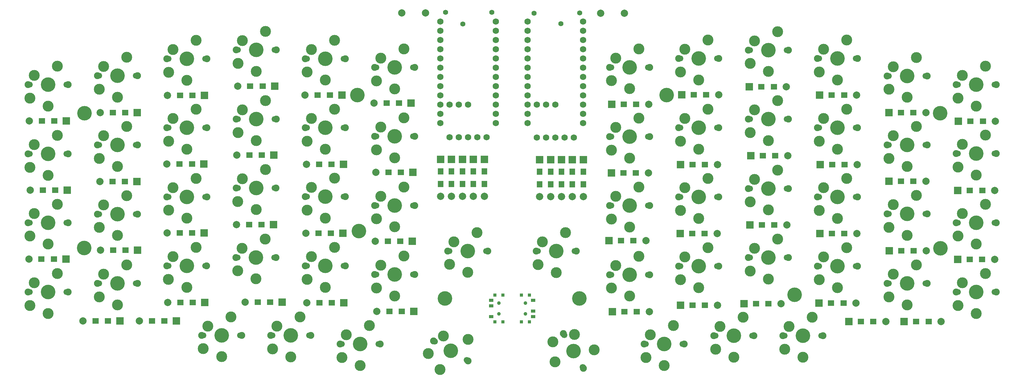
<source format=gts>
%TF.GenerationSoftware,KiCad,Pcbnew,(6.0.10)*%
%TF.CreationDate,2023-09-30T09:22:21-05:00*%
%TF.ProjectId,RunType58,52756e54-7970-4653-9538-2e6b69636164,rev?*%
%TF.SameCoordinates,Original*%
%TF.FileFunction,Soldermask,Top*%
%TF.FilePolarity,Negative*%
%FSLAX46Y46*%
G04 Gerber Fmt 4.6, Leading zero omitted, Abs format (unit mm)*
G04 Created by KiCad (PCBNEW (6.0.10)) date 2023-09-30 09:22:21*
%MOMM*%
%LPD*%
G01*
G04 APERTURE LIST*
%ADD10C,1.397000*%
%ADD11C,4.000000*%
%ADD12C,1.752600*%
%ADD13C,0.100000*%
%ADD14C,1.700000*%
%ADD15C,3.000000*%
%ADD16C,1.900000*%
%ADD17C,2.000000*%
%ADD18R,1.500000X1.800000*%
%ADD19C,1.998980*%
%ADD20R,1.998980X1.998980*%
%ADD21R,1.800000X1.500000*%
%ADD22C,1.000000*%
%ADD23R,0.900000X0.900000*%
%ADD24R,1.250000X0.900000*%
G04 APERTURE END LIST*
D10*
%TO.C,Bat+2*%
X149400000Y-27466500D03*
%TD*%
D11*
%TO.C,H2*%
X280520000Y-89110000D03*
%TD*%
%TO.C,H10*%
X240470000Y-101930000D03*
%TD*%
%TO.C,H9*%
X280430000Y-51960000D03*
%TD*%
%TO.C,H8*%
X205400000Y-46950000D03*
%TD*%
%TO.C,H7*%
X45540000Y-52020000D03*
%TD*%
%TO.C,H6*%
X144470000Y-102970000D03*
%TD*%
%TO.C,H5*%
X120840000Y-84370000D03*
%TD*%
%TO.C,H4*%
X45470000Y-89040000D03*
%TD*%
%TO.C,H3*%
X181390000Y-102950000D03*
%TD*%
%TO.C,H1*%
X120420000Y-46960000D03*
%TD*%
D12*
%TO.C,Display1*%
X155890000Y-58607312D03*
X153350000Y-58607312D03*
X150810000Y-58607312D03*
X148270000Y-58607312D03*
X145730000Y-58607312D03*
%TD*%
D13*
%TO.C,SW58*%
X117395000Y-112930000D03*
D11*
X121220000Y-115510000D03*
D14*
X116140000Y-115510000D03*
D15*
X123760000Y-110430000D03*
D14*
X126300000Y-115510000D03*
D15*
X117410000Y-112970000D03*
X116220000Y-119210000D03*
D16*
X115720000Y-115510000D03*
D15*
X121220000Y-121410000D03*
D16*
X126720000Y-115510000D03*
%TD*%
%TO.C,SW57*%
X107690000Y-113100000D03*
D15*
X102190000Y-119000000D03*
D16*
X96690000Y-113100000D03*
D15*
X97190000Y-116800000D03*
X98380000Y-110560000D03*
D14*
X107270000Y-113100000D03*
D15*
X104730000Y-108020000D03*
D14*
X97110000Y-113100000D03*
D11*
X102190000Y-113100000D03*
D13*
X98365000Y-110520000D03*
%TD*%
%TO.C,SW56*%
X144097453Y-113213154D03*
D11*
X146120000Y-117360000D03*
D14*
X141720591Y-114820000D03*
D15*
X150859705Y-114230591D03*
D14*
X150519409Y-119900000D03*
D15*
X144090443Y-113255295D03*
X139939873Y-118064294D03*
D16*
X141356860Y-114610000D03*
D15*
X143170000Y-122469550D03*
D16*
X150883140Y-120110000D03*
%TD*%
D13*
%TO.C,SW55*%
X79335000Y-110510000D03*
D11*
X83160000Y-113090000D03*
D14*
X78080000Y-113090000D03*
D15*
X85700000Y-108010000D03*
D14*
X88240000Y-113090000D03*
D15*
X79350000Y-110550000D03*
X78160000Y-116790000D03*
D16*
X77660000Y-113090000D03*
D15*
X83160000Y-118990000D03*
D16*
X88660000Y-113090000D03*
%TD*%
D13*
%TO.C,SW54*%
X50745000Y-96240000D03*
D11*
X54570000Y-98820000D03*
D14*
X49490000Y-98820000D03*
D15*
X57110000Y-93740000D03*
D14*
X59650000Y-98820000D03*
D15*
X50760000Y-96280000D03*
X49570000Y-102520000D03*
D16*
X49070000Y-98820000D03*
D15*
X54570000Y-104720000D03*
D16*
X60070000Y-98820000D03*
%TD*%
D13*
%TO.C,SW53*%
X31695000Y-98580000D03*
D11*
X35520000Y-101160000D03*
D14*
X30440000Y-101160000D03*
D15*
X38060000Y-96080000D03*
D14*
X40600000Y-101160000D03*
D15*
X31710000Y-98620000D03*
X30520000Y-104860000D03*
D16*
X30020000Y-101160000D03*
D15*
X35520000Y-107060000D03*
D16*
X41020000Y-101160000D03*
%TD*%
D13*
%TO.C,SW52*%
X146975000Y-87290000D03*
D11*
X150800000Y-89870000D03*
D14*
X145720000Y-89870000D03*
D15*
X153340000Y-84790000D03*
D14*
X155880000Y-89870000D03*
D15*
X146990000Y-87330000D03*
X145800000Y-93570000D03*
D16*
X145300000Y-89870000D03*
D15*
X150800000Y-95770000D03*
D16*
X156300000Y-89870000D03*
%TD*%
D13*
%TO.C,SW51*%
X107835000Y-91420000D03*
D11*
X111660000Y-94000000D03*
D14*
X106580000Y-94000000D03*
D15*
X114200000Y-88920000D03*
D14*
X116740000Y-94000000D03*
D15*
X107850000Y-91460000D03*
X106660000Y-97700000D03*
D16*
X106160000Y-94000000D03*
D15*
X111660000Y-99900000D03*
D16*
X117160000Y-94000000D03*
%TD*%
D13*
%TO.C,SW50*%
X88795000Y-89090000D03*
D11*
X92620000Y-91670000D03*
D14*
X87540000Y-91670000D03*
D15*
X95160000Y-86590000D03*
D14*
X97700000Y-91670000D03*
D15*
X88810000Y-89130000D03*
X87620000Y-95370000D03*
D16*
X87120000Y-91670000D03*
D15*
X92620000Y-97570000D03*
D16*
X98120000Y-91670000D03*
%TD*%
D13*
%TO.C,SW49*%
X69765000Y-91420000D03*
D11*
X73590000Y-94000000D03*
D14*
X68510000Y-94000000D03*
D15*
X76130000Y-88920000D03*
D14*
X78670000Y-94000000D03*
D15*
X69780000Y-91460000D03*
X68590000Y-97700000D03*
D16*
X68090000Y-94000000D03*
D15*
X73590000Y-99900000D03*
D16*
X79090000Y-94000000D03*
%TD*%
D13*
%TO.C,SW48*%
X126865000Y-93790000D03*
D11*
X130690000Y-96370000D03*
D14*
X125610000Y-96370000D03*
D15*
X133230000Y-91290000D03*
D14*
X135770000Y-96370000D03*
D15*
X126880000Y-93830000D03*
X125690000Y-100070000D03*
D16*
X125190000Y-96370000D03*
D15*
X130690000Y-102270000D03*
D16*
X136190000Y-96370000D03*
%TD*%
D13*
%TO.C,SW47*%
X50755000Y-77150000D03*
D11*
X54580000Y-79730000D03*
D14*
X49500000Y-79730000D03*
D15*
X57120000Y-74650000D03*
D14*
X59660000Y-79730000D03*
D15*
X50770000Y-77190000D03*
X49580000Y-83430000D03*
D16*
X49080000Y-79730000D03*
D15*
X54580000Y-85630000D03*
D16*
X60080000Y-79730000D03*
%TD*%
D13*
%TO.C,SW46*%
X31715000Y-79500000D03*
D11*
X35540000Y-82080000D03*
D14*
X30460000Y-82080000D03*
D15*
X38080000Y-77000000D03*
D14*
X40620000Y-82080000D03*
D15*
X31730000Y-79540000D03*
X30540000Y-85780000D03*
D16*
X30040000Y-82080000D03*
D15*
X35540000Y-87980000D03*
D16*
X41040000Y-82080000D03*
%TD*%
D13*
%TO.C,SW45*%
X107835000Y-72370000D03*
D11*
X111660000Y-74950000D03*
D14*
X106580000Y-74950000D03*
D15*
X114200000Y-69870000D03*
D14*
X116740000Y-74950000D03*
D15*
X107850000Y-72410000D03*
X106660000Y-78650000D03*
D16*
X106160000Y-74950000D03*
D15*
X111660000Y-80850000D03*
D16*
X117160000Y-74950000D03*
%TD*%
D13*
%TO.C,SW44*%
X88815000Y-70000000D03*
D11*
X92640000Y-72580000D03*
D14*
X87560000Y-72580000D03*
D15*
X95180000Y-67500000D03*
D14*
X97720000Y-72580000D03*
D15*
X88830000Y-70040000D03*
X87640000Y-76280000D03*
D16*
X87140000Y-72580000D03*
D15*
X92640000Y-78480000D03*
D16*
X98140000Y-72580000D03*
%TD*%
D13*
%TO.C,SW43*%
X69785000Y-72390000D03*
D11*
X73610000Y-74970000D03*
D14*
X68530000Y-74970000D03*
D15*
X76150000Y-69890000D03*
D14*
X78690000Y-74970000D03*
D15*
X69800000Y-72430000D03*
X68610000Y-78670000D03*
D16*
X68110000Y-74970000D03*
D15*
X73610000Y-80870000D03*
D16*
X79110000Y-74970000D03*
%TD*%
D13*
%TO.C,SW42*%
X126875000Y-74760000D03*
D11*
X130700000Y-77340000D03*
D14*
X125620000Y-77340000D03*
D15*
X133240000Y-72260000D03*
D14*
X135780000Y-77340000D03*
D15*
X126890000Y-74800000D03*
X125700000Y-81040000D03*
D16*
X125200000Y-77340000D03*
D15*
X130700000Y-83240000D03*
D16*
X136200000Y-77340000D03*
%TD*%
D13*
%TO.C,SW41*%
X50735000Y-58120000D03*
D11*
X54560000Y-60700000D03*
D14*
X49480000Y-60700000D03*
D15*
X57100000Y-55620000D03*
D14*
X59640000Y-60700000D03*
D15*
X50750000Y-58160000D03*
X49560000Y-64400000D03*
D16*
X49060000Y-60700000D03*
D15*
X54560000Y-66600000D03*
D16*
X60060000Y-60700000D03*
%TD*%
D13*
%TO.C,SW40*%
X31705000Y-60560000D03*
D11*
X35530000Y-63140000D03*
D14*
X30450000Y-63140000D03*
D15*
X38070000Y-58060000D03*
D14*
X40610000Y-63140000D03*
D15*
X31720000Y-60600000D03*
X30530000Y-66840000D03*
D16*
X30030000Y-63140000D03*
D15*
X35530000Y-69040000D03*
D16*
X41030000Y-63140000D03*
%TD*%
D13*
%TO.C,SW39*%
X126875000Y-55760000D03*
D11*
X130700000Y-58340000D03*
D14*
X125620000Y-58340000D03*
D15*
X133240000Y-53260000D03*
D14*
X135780000Y-58340000D03*
D15*
X126890000Y-55800000D03*
X125700000Y-62040000D03*
D16*
X125200000Y-58340000D03*
D15*
X130700000Y-64240000D03*
D16*
X136200000Y-58340000D03*
%TD*%
D13*
%TO.C,SW38*%
X107825000Y-53380000D03*
D11*
X111650000Y-55960000D03*
D14*
X106570000Y-55960000D03*
D15*
X114190000Y-50880000D03*
D14*
X116730000Y-55960000D03*
D15*
X107840000Y-53420000D03*
X106650000Y-59660000D03*
D16*
X106150000Y-55960000D03*
D15*
X111650000Y-61860000D03*
D16*
X117150000Y-55960000D03*
%TD*%
D13*
%TO.C,SW37*%
X88825000Y-51000000D03*
D11*
X92650000Y-53580000D03*
D14*
X87570000Y-53580000D03*
D15*
X95190000Y-48500000D03*
D14*
X97730000Y-53580000D03*
D15*
X88840000Y-51040000D03*
X87650000Y-57280000D03*
D16*
X87150000Y-53580000D03*
D15*
X92650000Y-59480000D03*
D16*
X98150000Y-53580000D03*
%TD*%
D13*
%TO.C,SW36*%
X69785000Y-53400000D03*
D11*
X73610000Y-55980000D03*
D14*
X68530000Y-55980000D03*
D15*
X76150000Y-50900000D03*
D14*
X78690000Y-55980000D03*
D15*
X69800000Y-53440000D03*
X68610000Y-59680000D03*
D16*
X68110000Y-55980000D03*
D15*
X73610000Y-61880000D03*
D16*
X79110000Y-55980000D03*
%TD*%
D13*
%TO.C,SW35*%
X126865000Y-36770000D03*
D11*
X130690000Y-39350000D03*
D14*
X125610000Y-39350000D03*
D15*
X133230000Y-34270000D03*
D14*
X135770000Y-39350000D03*
D15*
X126880000Y-36810000D03*
X125690000Y-43050000D03*
D16*
X125190000Y-39350000D03*
D15*
X130690000Y-45250000D03*
D16*
X136190000Y-39350000D03*
%TD*%
D13*
%TO.C,SW34*%
X107835000Y-34380000D03*
D11*
X111660000Y-36960000D03*
D14*
X106580000Y-36960000D03*
D15*
X114200000Y-31880000D03*
D14*
X116740000Y-36960000D03*
D15*
X107850000Y-34420000D03*
X106660000Y-40660000D03*
D16*
X106160000Y-36960000D03*
D15*
X111660000Y-42860000D03*
D16*
X117160000Y-36960000D03*
%TD*%
D13*
%TO.C,SW33*%
X88825000Y-31950000D03*
D11*
X92650000Y-34530000D03*
D14*
X87570000Y-34530000D03*
D15*
X95190000Y-29450000D03*
D14*
X97730000Y-34530000D03*
D15*
X88840000Y-31990000D03*
X87650000Y-38230000D03*
D16*
X87150000Y-34530000D03*
D15*
X92650000Y-40430000D03*
D16*
X98150000Y-34530000D03*
%TD*%
D13*
%TO.C,SW32*%
X69805000Y-34400000D03*
D11*
X73630000Y-36980000D03*
D14*
X68550000Y-36980000D03*
D15*
X76170000Y-31900000D03*
D14*
X78710000Y-36980000D03*
D15*
X69820000Y-34440000D03*
X68630000Y-40680000D03*
D16*
X68130000Y-36980000D03*
D15*
X73630000Y-42880000D03*
D16*
X79130000Y-36980000D03*
%TD*%
D13*
%TO.C,SW31*%
X50765000Y-39110000D03*
D11*
X54590000Y-41690000D03*
D14*
X49510000Y-41690000D03*
D15*
X57130000Y-36610000D03*
D14*
X59670000Y-41690000D03*
D15*
X50780000Y-39150000D03*
X49590000Y-45390000D03*
D16*
X49090000Y-41690000D03*
D15*
X54590000Y-47590000D03*
D16*
X60090000Y-41690000D03*
%TD*%
D13*
%TO.C,SW30*%
X31705000Y-41550000D03*
D11*
X35530000Y-44130000D03*
D14*
X30450000Y-44130000D03*
D15*
X38070000Y-39050000D03*
D14*
X40610000Y-44130000D03*
D15*
X31720000Y-41590000D03*
X30530000Y-47830000D03*
D16*
X30030000Y-44130000D03*
D15*
X35530000Y-50030000D03*
D16*
X41030000Y-44130000D03*
%TD*%
D17*
%TO.C,RSW2*%
X132630000Y-24350000D03*
X139130000Y-24350000D03*
%TD*%
D18*
%TO.C,D58*%
X149317460Y-71420000D03*
X149317460Y-68020000D03*
D19*
X149320000Y-74880000D03*
D20*
X149320000Y-64720000D03*
%TD*%
D18*
%TO.C,D57*%
X146310000Y-71420000D03*
X146310000Y-68020000D03*
D19*
X146312540Y-74880000D03*
D20*
X146312540Y-64720000D03*
%TD*%
D18*
%TO.C,D56*%
X143300000Y-71420000D03*
X143300000Y-68020000D03*
D19*
X143302540Y-74880000D03*
D20*
X143302540Y-64720000D03*
%TD*%
D18*
%TO.C,D55*%
X152317460Y-71420000D03*
X152317460Y-68020000D03*
D19*
X152320000Y-74880000D03*
D20*
X152320000Y-64720000D03*
%TD*%
D21*
%TO.C,D54*%
X64040000Y-109160000D03*
X67440000Y-109160000D03*
D19*
X60580000Y-109162540D03*
D20*
X70740000Y-109162540D03*
%TD*%
D21*
%TO.C,D53*%
X48550000Y-109160000D03*
X51950000Y-109160000D03*
D19*
X45090000Y-109162540D03*
D20*
X55250000Y-109162540D03*
%TD*%
%TO.C,D52*%
X155320000Y-64720000D03*
D19*
X155320000Y-74880000D03*
D18*
X155317460Y-68020000D03*
X155317460Y-71420000D03*
%TD*%
D21*
%TO.C,D51*%
X110020000Y-104120000D03*
X113420000Y-104120000D03*
D19*
X106560000Y-104122540D03*
D20*
X116720000Y-104122540D03*
%TD*%
D21*
%TO.C,D50*%
X93080000Y-103970000D03*
X96480000Y-103970000D03*
D19*
X89620000Y-103972540D03*
D20*
X99780000Y-103972540D03*
%TD*%
D21*
%TO.C,D49*%
X71860000Y-104080000D03*
X75260000Y-104080000D03*
D19*
X68400000Y-104082540D03*
D20*
X78560000Y-104082540D03*
%TD*%
D21*
%TO.C,D48*%
X129260000Y-106480000D03*
X132660000Y-106480000D03*
D19*
X125800000Y-106482540D03*
D20*
X135960000Y-106482540D03*
%TD*%
D21*
%TO.C,D47*%
X53420000Y-89680000D03*
X56820000Y-89680000D03*
D19*
X49960000Y-89682540D03*
D20*
X60120000Y-89682540D03*
%TD*%
D21*
%TO.C,D46*%
X33700000Y-92110000D03*
X37100000Y-92110000D03*
D19*
X30240000Y-92112540D03*
D20*
X40400000Y-92112540D03*
%TD*%
D21*
%TO.C,D45*%
X109750000Y-85000000D03*
X113150000Y-85000000D03*
D19*
X106290000Y-85002540D03*
D20*
X116450000Y-85002540D03*
%TD*%
D21*
%TO.C,D44*%
X90700000Y-82630000D03*
X94100000Y-82630000D03*
D19*
X87240000Y-82632540D03*
D20*
X97400000Y-82632540D03*
%TD*%
D21*
%TO.C,D43*%
X71660000Y-84950000D03*
X75060000Y-84950000D03*
D19*
X68200000Y-84952540D03*
D20*
X78360000Y-84952540D03*
%TD*%
D21*
%TO.C,D42*%
X128820000Y-87207460D03*
X132220000Y-87207460D03*
D19*
X125360000Y-87210000D03*
D20*
X135520000Y-87210000D03*
%TD*%
D21*
%TO.C,D41*%
X53200000Y-70780000D03*
X56600000Y-70780000D03*
D19*
X49740000Y-70782540D03*
D20*
X59900000Y-70782540D03*
%TD*%
D21*
%TO.C,D40*%
X34050000Y-73130000D03*
X37450000Y-73130000D03*
D19*
X30590000Y-73132540D03*
D20*
X40750000Y-73132540D03*
%TD*%
D21*
%TO.C,D39*%
X128980000Y-68257460D03*
X132380000Y-68257460D03*
D19*
X125520000Y-68260000D03*
D20*
X135680000Y-68260000D03*
%TD*%
D21*
%TO.C,D38*%
X109930000Y-66010000D03*
X113330000Y-66010000D03*
D19*
X106470000Y-66012540D03*
D20*
X116630000Y-66012540D03*
%TD*%
D21*
%TO.C,D37*%
X90820000Y-63520000D03*
X94220000Y-63520000D03*
D19*
X87360000Y-63522540D03*
D20*
X97520000Y-63522540D03*
%TD*%
D21*
%TO.C,D36*%
X71630000Y-65960000D03*
X75030000Y-65960000D03*
D19*
X68170000Y-65962540D03*
D20*
X78330000Y-65962540D03*
%TD*%
D21*
%TO.C,D35*%
X128510000Y-49220000D03*
X131910000Y-49220000D03*
D19*
X125050000Y-49222540D03*
D20*
X135210000Y-49222540D03*
%TD*%
D21*
%TO.C,D34*%
X109510000Y-46950000D03*
X112910000Y-46950000D03*
D19*
X106050000Y-46952540D03*
D20*
X116210000Y-46952540D03*
%TD*%
D21*
%TO.C,D33*%
X91030000Y-44550000D03*
X94430000Y-44550000D03*
D19*
X87570000Y-44552540D03*
D20*
X97730000Y-44552540D03*
%TD*%
D21*
%TO.C,D32*%
X71780000Y-47030000D03*
X75180000Y-47030000D03*
D19*
X68320000Y-47032540D03*
D20*
X78480000Y-47032540D03*
%TD*%
D21*
%TO.C,D31*%
X53340000Y-51800000D03*
X56740000Y-51800000D03*
D19*
X49880000Y-51802540D03*
D20*
X60040000Y-51802540D03*
%TD*%
D21*
%TO.C,D30*%
X33840000Y-54102540D03*
X37240000Y-54102540D03*
D19*
X30380000Y-54105080D03*
D20*
X40540000Y-54105080D03*
%TD*%
D17*
%TO.C,RSW1*%
X193750000Y-24440000D03*
X187250000Y-24440000D03*
%TD*%
D22*
%TO.C,SW_POWER2*%
X159300000Y-104200000D03*
X159300000Y-107200000D03*
D23*
X158200000Y-109400000D03*
X158200000Y-102000000D03*
X160400000Y-102000000D03*
X160400000Y-109400000D03*
D24*
X157225000Y-107950000D03*
X157225000Y-104950000D03*
X157225000Y-103450000D03*
%TD*%
D10*
%TO.C,BatGND2*%
X157370000Y-24220000D03*
%TD*%
%TO.C,BatEntry2*%
X144700000Y-24200000D03*
%TD*%
D22*
%TO.C,SW_POWER1*%
X166600000Y-107200000D03*
X166600000Y-104200000D03*
D23*
X167700000Y-102000000D03*
X167700000Y-109400000D03*
X165500000Y-109400000D03*
X165500000Y-102000000D03*
D24*
X168675000Y-103450000D03*
X168675000Y-106450000D03*
X168675000Y-107950000D03*
%TD*%
D10*
%TO.C,BatGND1*%
X181510000Y-24380000D03*
%TD*%
%TO.C,BatEntry1*%
X168946500Y-24450000D03*
%TD*%
%TO.C,Bat+1*%
X176350000Y-27376500D03*
%TD*%
D13*
%TO.C,SW29*%
X180121846Y-112797453D03*
D11*
X179800000Y-117400000D03*
D14*
X177260000Y-113000591D03*
D15*
X185469409Y-117059705D03*
D14*
X182340000Y-121799409D03*
D15*
X180094705Y-112830443D03*
X174095706Y-114919873D03*
D16*
X177050000Y-112636860D03*
D15*
X174690450Y-120350000D03*
D16*
X182550000Y-122163140D03*
%TD*%
D13*
%TO.C,SW28*%
X219975000Y-110620000D03*
D11*
X223800000Y-113200000D03*
D14*
X218720000Y-113200000D03*
D15*
X226340000Y-108120000D03*
D14*
X228880000Y-113200000D03*
D15*
X219990000Y-110660000D03*
X218800000Y-116900000D03*
D16*
X218300000Y-113200000D03*
D15*
X223800000Y-119100000D03*
D16*
X229300000Y-113200000D03*
%TD*%
D13*
%TO.C,SW27*%
X200875000Y-112920000D03*
D11*
X204700000Y-115500000D03*
D14*
X199620000Y-115500000D03*
D15*
X207240000Y-110420000D03*
D14*
X209780000Y-115500000D03*
D15*
X200890000Y-112960000D03*
X199700000Y-119200000D03*
D16*
X199200000Y-115500000D03*
D15*
X204700000Y-121400000D03*
D16*
X210200000Y-115500000D03*
%TD*%
D13*
%TO.C,SW26*%
X238975000Y-110620000D03*
D11*
X242800000Y-113200000D03*
D14*
X237720000Y-113200000D03*
D15*
X245340000Y-108120000D03*
D14*
X247880000Y-113200000D03*
D15*
X238990000Y-110660000D03*
X237800000Y-116900000D03*
D16*
X237300000Y-113200000D03*
D15*
X242800000Y-119100000D03*
D16*
X248300000Y-113200000D03*
%TD*%
D13*
%TO.C,SW25*%
X210375000Y-91520000D03*
D11*
X214200000Y-94100000D03*
D14*
X209120000Y-94100000D03*
D15*
X216740000Y-89020000D03*
D14*
X219280000Y-94100000D03*
D15*
X210390000Y-91560000D03*
X209200000Y-97800000D03*
D16*
X208700000Y-94100000D03*
D15*
X214200000Y-100000000D03*
D16*
X219700000Y-94100000D03*
%TD*%
D13*
%TO.C,SW24*%
X191375000Y-93820000D03*
D11*
X195200000Y-96400000D03*
D14*
X190120000Y-96400000D03*
D15*
X197740000Y-91320000D03*
D14*
X200280000Y-96400000D03*
D15*
X191390000Y-93860000D03*
X190200000Y-100100000D03*
D16*
X189700000Y-96400000D03*
D15*
X195200000Y-102300000D03*
D16*
X200700000Y-96400000D03*
%TD*%
D13*
%TO.C,SW23*%
X267575000Y-96220000D03*
D11*
X271400000Y-98800000D03*
D14*
X266320000Y-98800000D03*
D15*
X273940000Y-93720000D03*
D14*
X276480000Y-98800000D03*
D15*
X267590000Y-96260000D03*
X266400000Y-102500000D03*
D16*
X265900000Y-98800000D03*
D15*
X271400000Y-104700000D03*
D16*
X276900000Y-98800000D03*
%TD*%
D13*
%TO.C,SW22*%
X248475000Y-91520000D03*
D11*
X252300000Y-94100000D03*
D14*
X247220000Y-94100000D03*
D15*
X254840000Y-89020000D03*
D14*
X257380000Y-94100000D03*
D15*
X248490000Y-91560000D03*
X247300000Y-97800000D03*
D16*
X246800000Y-94100000D03*
D15*
X252300000Y-100000000D03*
D16*
X257800000Y-94100000D03*
%TD*%
D13*
%TO.C,SW21*%
X229475000Y-89120000D03*
D11*
X233300000Y-91700000D03*
D14*
X228220000Y-91700000D03*
D15*
X235840000Y-86620000D03*
D14*
X238380000Y-91700000D03*
D15*
X229490000Y-89160000D03*
X228300000Y-95400000D03*
D16*
X227800000Y-91700000D03*
D15*
X233300000Y-97600000D03*
D16*
X238800000Y-91700000D03*
%TD*%
D13*
%TO.C,SW20*%
X286575000Y-98620000D03*
D11*
X290400000Y-101200000D03*
D14*
X285320000Y-101200000D03*
D15*
X292940000Y-96120000D03*
D14*
X295480000Y-101200000D03*
D15*
X286590000Y-98660000D03*
X285400000Y-104900000D03*
D16*
X284900000Y-101200000D03*
D15*
X290400000Y-107100000D03*
D16*
X295900000Y-101200000D03*
%TD*%
D13*
%TO.C,SW19*%
X171275000Y-87320000D03*
D11*
X175100000Y-89900000D03*
D14*
X170020000Y-89900000D03*
D15*
X177640000Y-84820000D03*
D14*
X180180000Y-89900000D03*
D15*
X171290000Y-87360000D03*
X170100000Y-93600000D03*
D16*
X169600000Y-89900000D03*
D15*
X175100000Y-95800000D03*
D16*
X180600000Y-89900000D03*
%TD*%
D13*
%TO.C,SW18*%
X210375000Y-72420000D03*
D11*
X214200000Y-75000000D03*
D14*
X209120000Y-75000000D03*
D15*
X216740000Y-69920000D03*
D14*
X219280000Y-75000000D03*
D15*
X210390000Y-72460000D03*
X209200000Y-78700000D03*
D16*
X208700000Y-75000000D03*
D15*
X214200000Y-80900000D03*
D16*
X219700000Y-75000000D03*
%TD*%
D13*
%TO.C,SW17*%
X191375000Y-74820000D03*
D11*
X195200000Y-77400000D03*
D14*
X190120000Y-77400000D03*
D15*
X197740000Y-72320000D03*
D14*
X200280000Y-77400000D03*
D15*
X191390000Y-74860000D03*
X190200000Y-81100000D03*
D16*
X189700000Y-77400000D03*
D15*
X195200000Y-83300000D03*
D16*
X200700000Y-77400000D03*
%TD*%
D13*
%TO.C,SW16*%
X267575000Y-77120000D03*
D11*
X271400000Y-79700000D03*
D14*
X266320000Y-79700000D03*
D15*
X273940000Y-74620000D03*
D14*
X276480000Y-79700000D03*
D15*
X267590000Y-77160000D03*
X266400000Y-83400000D03*
D16*
X265900000Y-79700000D03*
D15*
X271400000Y-85600000D03*
D16*
X276900000Y-79700000D03*
%TD*%
D13*
%TO.C,SW15*%
X248475000Y-72420000D03*
D11*
X252300000Y-75000000D03*
D14*
X247220000Y-75000000D03*
D15*
X254840000Y-69920000D03*
D14*
X257380000Y-75000000D03*
D15*
X248490000Y-72460000D03*
X247300000Y-78700000D03*
D16*
X246800000Y-75000000D03*
D15*
X252300000Y-80900000D03*
D16*
X257800000Y-75000000D03*
%TD*%
D13*
%TO.C,SW14*%
X229475000Y-70120000D03*
D11*
X233300000Y-72700000D03*
D14*
X228220000Y-72700000D03*
D15*
X235840000Y-67620000D03*
D14*
X238380000Y-72700000D03*
D15*
X229490000Y-70160000D03*
X228300000Y-76400000D03*
D16*
X227800000Y-72700000D03*
D15*
X233300000Y-78600000D03*
D16*
X238800000Y-72700000D03*
%TD*%
D13*
%TO.C,SW13*%
X286575000Y-79520000D03*
D11*
X290400000Y-82100000D03*
D14*
X285320000Y-82100000D03*
D15*
X292940000Y-77020000D03*
D14*
X295480000Y-82100000D03*
D15*
X286590000Y-79560000D03*
X285400000Y-85800000D03*
D16*
X284900000Y-82100000D03*
D15*
X290400000Y-88000000D03*
D16*
X295900000Y-82100000D03*
%TD*%
D13*
%TO.C,SW12*%
X210375000Y-53420000D03*
D11*
X214200000Y-56000000D03*
D14*
X209120000Y-56000000D03*
D15*
X216740000Y-50920000D03*
D14*
X219280000Y-56000000D03*
D15*
X210390000Y-53460000D03*
X209200000Y-59700000D03*
D16*
X208700000Y-56000000D03*
D15*
X214200000Y-61900000D03*
D16*
X219700000Y-56000000D03*
%TD*%
D13*
%TO.C,SW11*%
X191375000Y-55820000D03*
D11*
X195200000Y-58400000D03*
D14*
X190120000Y-58400000D03*
D15*
X197740000Y-53320000D03*
D14*
X200280000Y-58400000D03*
D15*
X191390000Y-55860000D03*
X190200000Y-62100000D03*
D16*
X189700000Y-58400000D03*
D15*
X195200000Y-64300000D03*
D16*
X200700000Y-58400000D03*
%TD*%
D13*
%TO.C,SW10*%
X267575000Y-58120000D03*
D11*
X271400000Y-60700000D03*
D14*
X266320000Y-60700000D03*
D15*
X273940000Y-55620000D03*
D14*
X276480000Y-60700000D03*
D15*
X267590000Y-58160000D03*
X266400000Y-64400000D03*
D16*
X265900000Y-60700000D03*
D15*
X271400000Y-66600000D03*
D16*
X276900000Y-60700000D03*
%TD*%
D13*
%TO.C,SW9*%
X248475000Y-53420000D03*
D11*
X252300000Y-56000000D03*
D14*
X247220000Y-56000000D03*
D15*
X254840000Y-50920000D03*
D14*
X257380000Y-56000000D03*
D15*
X248490000Y-53460000D03*
X247300000Y-59700000D03*
D16*
X246800000Y-56000000D03*
D15*
X252300000Y-61900000D03*
D16*
X257800000Y-56000000D03*
%TD*%
D13*
%TO.C,SW8*%
X229475000Y-51020000D03*
D11*
X233300000Y-53600000D03*
D14*
X228220000Y-53600000D03*
D15*
X235840000Y-48520000D03*
D14*
X238380000Y-53600000D03*
D15*
X229490000Y-51060000D03*
X228300000Y-57300000D03*
D16*
X227800000Y-53600000D03*
D15*
X233300000Y-59500000D03*
D16*
X238800000Y-53600000D03*
%TD*%
D13*
%TO.C,SW7*%
X286575000Y-60520000D03*
D11*
X290400000Y-63100000D03*
D14*
X285320000Y-63100000D03*
D15*
X292940000Y-58020000D03*
D14*
X295480000Y-63100000D03*
D15*
X286590000Y-60560000D03*
X285400000Y-66800000D03*
D16*
X284900000Y-63100000D03*
D15*
X290400000Y-69000000D03*
D16*
X295900000Y-63100000D03*
%TD*%
D13*
%TO.C,SW5*%
X267575000Y-39120000D03*
D11*
X271400000Y-41700000D03*
D14*
X266320000Y-41700000D03*
D15*
X273940000Y-36620000D03*
D14*
X276480000Y-41700000D03*
D15*
X267590000Y-39160000D03*
X266400000Y-45400000D03*
D16*
X265900000Y-41700000D03*
D15*
X271400000Y-47600000D03*
D16*
X276900000Y-41700000D03*
%TD*%
D13*
%TO.C,SW4*%
X248475000Y-34320000D03*
D11*
X252300000Y-36900000D03*
D14*
X247220000Y-36900000D03*
D15*
X254840000Y-31820000D03*
D14*
X257380000Y-36900000D03*
D15*
X248490000Y-34360000D03*
X247300000Y-40600000D03*
D16*
X246800000Y-36900000D03*
D15*
X252300000Y-42800000D03*
D16*
X257800000Y-36900000D03*
%TD*%
D13*
%TO.C,SW2*%
X286575000Y-41520000D03*
D11*
X290400000Y-44100000D03*
D14*
X285320000Y-44100000D03*
D15*
X292940000Y-39020000D03*
D14*
X295480000Y-44100000D03*
D15*
X286590000Y-41560000D03*
X285400000Y-47800000D03*
D16*
X284900000Y-44100000D03*
D15*
X290400000Y-50000000D03*
D16*
X295900000Y-44100000D03*
%TD*%
D13*
%TO.C,SW1*%
X191366208Y-36741497D03*
D11*
X195191208Y-39321497D03*
D14*
X190111208Y-39321497D03*
D15*
X197731208Y-34241497D03*
D14*
X200271208Y-39321497D03*
D15*
X191381208Y-36781497D03*
X190191208Y-43021497D03*
D16*
X189691208Y-39321497D03*
D15*
X195191208Y-45221497D03*
D16*
X200691208Y-39321497D03*
%TD*%
D13*
%TO.C,SW6*%
X210363008Y-34344196D03*
D11*
X214188008Y-36924196D03*
D14*
X209108008Y-36924196D03*
D15*
X216728008Y-31844196D03*
D14*
X219268008Y-36924196D03*
D15*
X210378008Y-34384196D03*
X209188008Y-40624196D03*
D16*
X208688008Y-36924196D03*
D15*
X214188008Y-42824196D03*
D16*
X219688008Y-36924196D03*
%TD*%
D13*
%TO.C,SW3*%
X229475000Y-32020000D03*
D11*
X233300000Y-34600000D03*
D14*
X228220000Y-34600000D03*
D15*
X235840000Y-29520000D03*
D14*
X238380000Y-34600000D03*
D15*
X229490000Y-32060000D03*
X228300000Y-38300000D03*
D16*
X227800000Y-34600000D03*
D15*
X233300000Y-40500000D03*
D16*
X238800000Y-34600000D03*
%TD*%
D18*
%TO.C,D29*%
X173500000Y-71500000D03*
X173500000Y-68100000D03*
D19*
X173502540Y-74960000D03*
D20*
X173502540Y-64800000D03*
%TD*%
D18*
%TO.C,D28*%
X179500000Y-71500000D03*
X179500000Y-68100000D03*
D19*
X179502540Y-74960000D03*
D20*
X179502540Y-64800000D03*
%TD*%
D18*
%TO.C,D27*%
X176500000Y-71500000D03*
X176500000Y-68100000D03*
D19*
X176502540Y-74960000D03*
D20*
X176502540Y-64800000D03*
%TD*%
D18*
%TO.C,D26*%
X182500000Y-71500000D03*
X182500000Y-68100000D03*
D19*
X182502540Y-74960000D03*
D20*
X182502540Y-64800000D03*
%TD*%
D21*
%TO.C,D25*%
X215900000Y-104800000D03*
X212500000Y-104800000D03*
D19*
X219360000Y-104797460D03*
D20*
X209200000Y-104797460D03*
%TD*%
D21*
%TO.C,D24*%
X197140000Y-106602540D03*
X193740000Y-106602540D03*
D19*
X200600000Y-106600000D03*
D20*
X190440000Y-106600000D03*
%TD*%
D21*
%TO.C,D23*%
X262100000Y-109300000D03*
X258700000Y-109300000D03*
D19*
X265560000Y-109297460D03*
D20*
X255400000Y-109297460D03*
%TD*%
D21*
%TO.C,D22*%
X253940000Y-104200000D03*
X250540000Y-104200000D03*
D19*
X257400000Y-104197460D03*
D20*
X247240000Y-104197460D03*
%TD*%
D21*
%TO.C,D21*%
X233330000Y-104350000D03*
X229930000Y-104350000D03*
D19*
X236790000Y-104347460D03*
D20*
X226630000Y-104347460D03*
%TD*%
D21*
%TO.C,D20*%
X277300000Y-109300000D03*
X273900000Y-109300000D03*
D19*
X280760000Y-109297460D03*
D20*
X270600000Y-109297460D03*
%TD*%
D18*
%TO.C,D19*%
X170500000Y-71500000D03*
X170500000Y-68100000D03*
D19*
X170502540Y-74960000D03*
D20*
X170502540Y-64800000D03*
%TD*%
D21*
%TO.C,D18*%
X215800000Y-85100000D03*
X212400000Y-85100000D03*
D19*
X219260000Y-85097460D03*
D20*
X209100000Y-85097460D03*
%TD*%
D21*
%TO.C,D17*%
X196200000Y-87000000D03*
X192800000Y-87000000D03*
D19*
X199660000Y-86997460D03*
D20*
X189500000Y-86997460D03*
%TD*%
D21*
%TO.C,D16*%
X273200000Y-89800000D03*
X269800000Y-89800000D03*
D19*
X276660000Y-89797460D03*
D20*
X266500000Y-89797460D03*
%TD*%
D21*
%TO.C,D15*%
X254140000Y-85102540D03*
X250740000Y-85102540D03*
D19*
X257600000Y-85100000D03*
D20*
X247440000Y-85100000D03*
%TD*%
D21*
%TO.C,D14*%
X234940000Y-82702540D03*
X231540000Y-82702540D03*
D19*
X238400000Y-82700000D03*
D20*
X228240000Y-82700000D03*
%TD*%
D21*
%TO.C,D13*%
X292000000Y-92200000D03*
X288600000Y-92200000D03*
D19*
X295460000Y-92197460D03*
D20*
X285300000Y-92197460D03*
%TD*%
D21*
%TO.C,D12*%
X215900000Y-66100000D03*
X212500000Y-66100000D03*
D19*
X219360000Y-66097460D03*
D20*
X209200000Y-66097460D03*
%TD*%
D21*
%TO.C,D11*%
X196900000Y-68400000D03*
X193500000Y-68400000D03*
D19*
X200360000Y-68397460D03*
D20*
X190200000Y-68397460D03*
%TD*%
D21*
%TO.C,D10*%
X273100000Y-70700000D03*
X269700000Y-70700000D03*
D19*
X276560000Y-70697460D03*
D20*
X266400000Y-70697460D03*
%TD*%
D21*
%TO.C,D9*%
X254200000Y-66100000D03*
X250800000Y-66100000D03*
D19*
X257660000Y-66097460D03*
D20*
X247500000Y-66097460D03*
%TD*%
D21*
%TO.C,D8*%
X235200000Y-63700000D03*
X231800000Y-63700000D03*
D19*
X238660000Y-63697460D03*
D20*
X228500000Y-63697460D03*
%TD*%
D21*
%TO.C,D7*%
X292040000Y-73202540D03*
X288640000Y-73202540D03*
D19*
X295500000Y-73200000D03*
D20*
X285340000Y-73200000D03*
%TD*%
D21*
%TO.C,D6*%
X216250000Y-46880000D03*
X212850000Y-46880000D03*
D19*
X219710000Y-46877460D03*
D20*
X209550000Y-46877460D03*
%TD*%
D21*
%TO.C,D5*%
X273100000Y-51800000D03*
X269700000Y-51800000D03*
D19*
X276560000Y-51797460D03*
D20*
X266400000Y-51797460D03*
%TD*%
D21*
%TO.C,D4*%
X254100000Y-47000000D03*
X250700000Y-47000000D03*
D19*
X257560000Y-46997460D03*
D20*
X247400000Y-46997460D03*
%TD*%
D21*
%TO.C,D3*%
X234800000Y-44700000D03*
X231400000Y-44700000D03*
D19*
X238260000Y-44697460D03*
D20*
X228100000Y-44697460D03*
%TD*%
D21*
%TO.C,D2*%
X292200000Y-54200000D03*
X288800000Y-54200000D03*
D19*
X295660000Y-54197460D03*
D20*
X285500000Y-54197460D03*
%TD*%
D21*
%TO.C,D1*%
X197000000Y-49500000D03*
X193600000Y-49500000D03*
D19*
X200460000Y-49497460D03*
D20*
X190300000Y-49497460D03*
%TD*%
D12*
%TO.C,U2*%
X143190000Y-26766750D03*
X143190000Y-29306750D03*
X143190000Y-31846750D03*
X143190000Y-34386750D03*
X143190000Y-36926750D03*
X143190000Y-39466750D03*
X143190000Y-42006750D03*
X143190000Y-44546750D03*
X143190000Y-47086750D03*
X143190000Y-49626750D03*
X143190000Y-52166750D03*
X158430000Y-54706750D03*
X158430000Y-52166750D03*
X158430000Y-49626750D03*
X158430000Y-47086750D03*
X158430000Y-44546750D03*
X158430000Y-42006750D03*
X158430000Y-39466750D03*
X158430000Y-36926750D03*
X158430000Y-34386750D03*
X158430000Y-31846750D03*
X158430000Y-29306750D03*
X143190000Y-54706750D03*
X158430000Y-26766750D03*
X145730000Y-49626750D03*
X148270000Y-49626750D03*
X150810000Y-49626750D03*
%TD*%
%TO.C,U1*%
X174780000Y-49630453D03*
X172240000Y-49630453D03*
X169700000Y-49630453D03*
X182400000Y-26770453D03*
X167160000Y-54710453D03*
X182400000Y-29310453D03*
X182400000Y-31850453D03*
X182400000Y-34390453D03*
X182400000Y-36930453D03*
X182400000Y-39470453D03*
X182400000Y-42010453D03*
X182400000Y-44550453D03*
X182400000Y-47090453D03*
X182400000Y-49630453D03*
X182400000Y-52170453D03*
X182400000Y-54710453D03*
X167160000Y-52170453D03*
X167160000Y-49630453D03*
X167160000Y-47090453D03*
X167160000Y-44550453D03*
X167160000Y-42010453D03*
X167160000Y-39470453D03*
X167160000Y-36930453D03*
X167160000Y-34390453D03*
X167160000Y-31850453D03*
X167160000Y-29310453D03*
X167160000Y-26770453D03*
%TD*%
%TO.C,Display2*%
X169700000Y-58630000D03*
X172240000Y-58630000D03*
X174780000Y-58630000D03*
X177320000Y-58630000D03*
X179860000Y-58630000D03*
%TD*%
M02*

</source>
